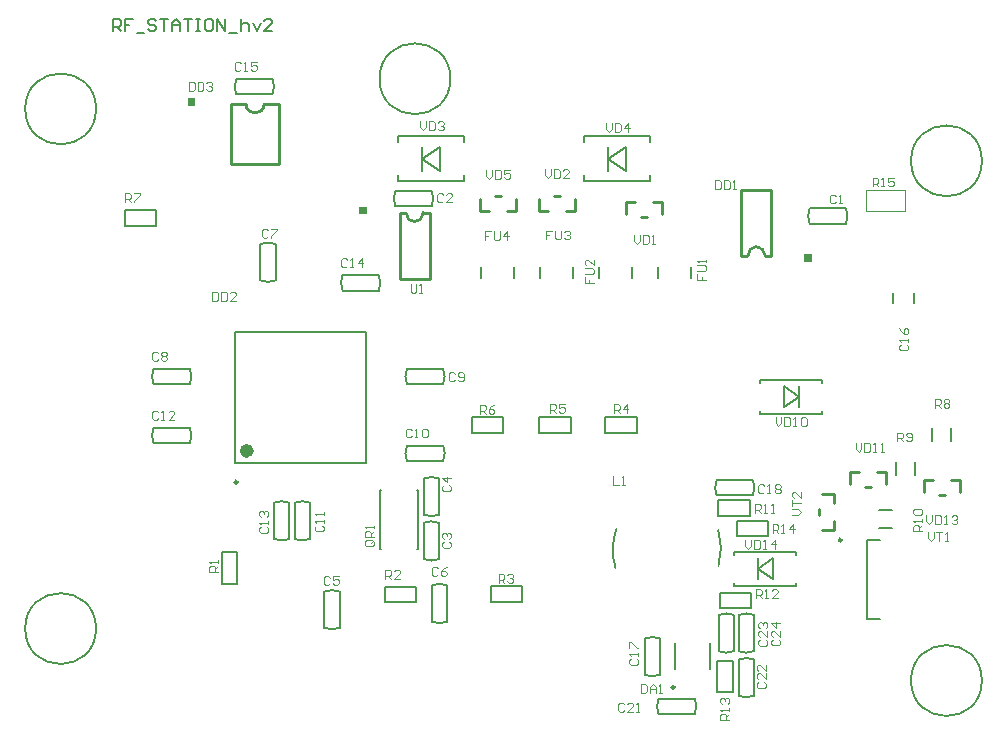
<source format=gto>
G04 Layer_Color=65535*
%FSLAX24Y24*%
%MOIN*%
G70*
G01*
G75*
%ADD10C,0.0079*%
%ADD35C,0.0098*%
%ADD41C,0.0236*%
%ADD57C,0.0100*%
%ADD58C,0.0070*%
%ADD59C,0.0071*%
%ADD60C,0.0067*%
%ADD61C,0.0050*%
%ADD62C,0.0039*%
G36*
X49372Y40789D02*
X49122D01*
Y41039D01*
X49372D01*
Y40789D01*
D02*
G37*
G36*
X34530Y42366D02*
X34280D01*
Y42616D01*
X34530D01*
Y42366D01*
D02*
G37*
G36*
X28811Y45988D02*
X28561D01*
Y46238D01*
X28811D01*
Y45988D01*
D02*
G37*
D10*
X37320Y46880D02*
G03*
X37320Y46880I-1181J0D01*
G01*
X25509Y45876D02*
G03*
X25509Y45876I-1181J0D01*
G01*
Y28554D02*
G03*
X25509Y28554I-1181J0D01*
G01*
X55037Y26821D02*
G03*
X55037Y26821I-1181J0D01*
G01*
Y44144D02*
G03*
X55037Y44144I-1181J0D01*
G01*
X51211Y28868D02*
Y31506D01*
X51644D01*
X51211Y28868D02*
X51644D01*
X30138Y34085D02*
Y38455D01*
X34508Y34085D02*
Y38455D01*
X30138D02*
X34508D01*
X30138Y34085D02*
X34508D01*
X51614Y31890D02*
X52047D01*
X51614Y32520D02*
X52047D01*
X52175Y33661D02*
Y34094D01*
X52805Y33661D02*
Y34094D01*
X53386Y34813D02*
Y35246D01*
X54016Y34813D02*
Y35246D01*
X47638Y36850D02*
X49724D01*
X47638Y35709D02*
X49724D01*
Y36742D02*
Y36850D01*
Y35709D02*
Y35817D01*
X47638Y36742D02*
Y36850D01*
Y35709D02*
Y35817D01*
X45984Y27205D02*
Y28071D01*
X44803Y27205D02*
Y28071D01*
X46772Y29970D02*
X48858D01*
X46772Y31112D02*
X48858D01*
X46772Y29970D02*
Y30079D01*
Y31004D02*
Y31112D01*
X48858Y29970D02*
Y30079D01*
Y31004D02*
Y31112D01*
X42274Y40256D02*
Y40610D01*
X43376Y40256D02*
Y40610D01*
X44252Y40256D02*
Y40610D01*
X45354Y40256D02*
Y40610D01*
X40315Y40256D02*
Y40610D01*
X41417Y40256D02*
Y40610D01*
X38346Y40256D02*
Y40610D01*
X39449Y40256D02*
Y40610D01*
X34980Y31201D02*
X35020D01*
X34980D02*
Y33169D01*
X35020D01*
X36201Y31201D02*
X36240D01*
Y33169D01*
X36201D02*
X36240D01*
X35571Y43474D02*
Y43661D01*
Y44783D02*
Y44970D01*
X37776Y43474D02*
Y43661D01*
Y44783D02*
Y44970D01*
X35571Y43474D02*
X37776D01*
X35571Y44970D02*
X37776D01*
X41772Y43474D02*
Y43661D01*
Y44783D02*
Y44970D01*
X43976Y43474D02*
Y43661D01*
Y44783D02*
Y44970D01*
X41772Y43474D02*
X43976D01*
X41772Y44970D02*
X43976D01*
X26073Y48484D02*
Y48878D01*
X26270D01*
X26335Y48812D01*
Y48681D01*
X26270Y48615D01*
X26073D01*
X26204D02*
X26335Y48484D01*
X26729Y48878D02*
X26466D01*
Y48681D01*
X26598D01*
X26466D01*
Y48484D01*
X26860Y48419D02*
X27122D01*
X27516Y48812D02*
X27450Y48878D01*
X27319D01*
X27254Y48812D01*
Y48747D01*
X27319Y48681D01*
X27450D01*
X27516Y48615D01*
Y48550D01*
X27450Y48484D01*
X27319D01*
X27254Y48550D01*
X27647Y48878D02*
X27910D01*
X27778D01*
Y48484D01*
X28041D02*
Y48747D01*
X28172Y48878D01*
X28303Y48747D01*
Y48484D01*
Y48681D01*
X28041D01*
X28434Y48878D02*
X28697D01*
X28565D01*
Y48484D01*
X28828Y48878D02*
X28959D01*
X28893D01*
Y48484D01*
X28828D01*
X28959D01*
X29353Y48878D02*
X29221D01*
X29156Y48812D01*
Y48550D01*
X29221Y48484D01*
X29353D01*
X29418Y48550D01*
Y48812D01*
X29353Y48878D01*
X29549Y48484D02*
Y48878D01*
X29812Y48484D01*
Y48878D01*
X29943Y48419D02*
X30205D01*
X30337Y48878D02*
Y48484D01*
Y48681D01*
X30402Y48747D01*
X30533D01*
X30599Y48681D01*
Y48484D01*
X30730Y48747D02*
X30861Y48484D01*
X30993Y48747D01*
X31386Y48484D02*
X31124D01*
X31386Y48747D01*
Y48812D01*
X31320Y48878D01*
X31189D01*
X31124Y48812D01*
D35*
X50364Y31506D02*
G03*
X50364Y31506I-49J0D01*
G01*
X30226Y33435D02*
G03*
X30226Y33435I-49J0D01*
G01*
X44793Y26594D02*
G03*
X44793Y26594I-49J0D01*
G01*
D41*
X30650Y34478D02*
G03*
X30650Y34478I-118J0D01*
G01*
D57*
X30511Y46038D02*
G03*
X31111Y46038I300J0D01*
G01*
X35848Y42396D02*
G03*
X36407Y42415I280J0D01*
G01*
X47803Y41010D02*
G03*
X47245Y40991I-280J0D01*
G01*
X30011Y46038D02*
X30511D01*
X30011Y44038D02*
X31611D01*
Y46038D01*
X30011Y44038D02*
Y46038D01*
X31111D02*
X31611D01*
X50095Y32754D02*
Y33054D01*
X49695Y31854D02*
X50095D01*
Y32154D01*
X49595Y32354D02*
Y32554D01*
X49695Y33054D02*
X50095D01*
X53097Y33500D02*
X53397D01*
X54297Y33100D02*
Y33500D01*
X53997D02*
X54297D01*
X53597Y33000D02*
X53797D01*
X53097Y33100D02*
Y33500D01*
X50637Y33766D02*
X50937D01*
X51837Y33366D02*
Y33766D01*
X51537D02*
X51837D01*
X51137Y33266D02*
X51337D01*
X50637Y33366D02*
Y33766D01*
X43176Y42782D02*
X43476D01*
X44376Y42382D02*
Y42782D01*
X44076D02*
X44376D01*
X43676Y42282D02*
X43876D01*
X43176Y42382D02*
Y42782D01*
X40260Y42464D02*
Y42864D01*
Y42464D02*
X40560D01*
X41460D02*
Y42864D01*
X41160Y42464D02*
X41460D01*
X40760Y42964D02*
X40960D01*
X38301Y42464D02*
Y42864D01*
Y42464D02*
X38601D01*
X39501D02*
Y42864D01*
X39201Y42464D02*
X39501D01*
X38801Y42964D02*
X39001D01*
X36630Y40216D02*
Y42416D01*
X35630Y40216D02*
Y42416D01*
Y40216D02*
X36630D01*
X36430Y42416D02*
X36630D01*
X35630D02*
X35830D01*
X47022Y40989D02*
Y43189D01*
X48022Y40989D02*
Y43189D01*
X47022D02*
X48022D01*
X47022Y40989D02*
X47222D01*
X47822D02*
X48022D01*
D58*
X30183Y46869D02*
G03*
X30184Y46358I609J-255D01*
G01*
X31390D02*
G03*
X31391Y46869I-608J256D01*
G01*
X33726Y40333D02*
G03*
X33727Y39823I609J-255D01*
G01*
X34934D02*
G03*
X34934Y40333I-608J256D01*
G01*
X28636Y34735D02*
G03*
X28635Y35246I-609J255D01*
G01*
X27428D02*
G03*
X27428Y34735I608J-256D01*
G01*
X35872Y34654D02*
G03*
X35873Y34144I609J-255D01*
G01*
X37079D02*
G03*
X37080Y34654I-608J256D01*
G01*
X28636Y36704D02*
G03*
X28635Y37214I-609J255D01*
G01*
X27428D02*
G03*
X27428Y36704I608J-256D01*
G01*
X36704Y28786D02*
G03*
X37214Y28786I255J609D01*
G01*
Y29993D02*
G03*
X36704Y29993I-256J-608D01*
G01*
X43800Y27014D02*
G03*
X44311Y27014I255J609D01*
G01*
Y28221D02*
G03*
X43800Y28222I-256J-608D01*
G01*
X44258Y26219D02*
G03*
X44258Y25709I609J-255D01*
G01*
X45465D02*
G03*
X45466Y26219I-608J256D01*
G01*
X47440Y27524D02*
G03*
X46929Y27523I-255J-609D01*
G01*
Y26316D02*
G03*
X47440Y26316I256J608D01*
G01*
X46930Y27801D02*
G03*
X47441Y27802I255J609D01*
G01*
Y29009D02*
G03*
X46930Y29009I-256J-608D01*
G01*
X46261Y27801D02*
G03*
X46772Y27802I255J609D01*
G01*
Y29009D02*
G03*
X46261Y29009I-256J-608D01*
G01*
X47405Y32993D02*
G03*
X47405Y33504I-609J255D01*
G01*
X46198D02*
G03*
X46198Y32993I608J-256D01*
G01*
X35488Y43139D02*
G03*
X35489Y42628I609J-255D01*
G01*
X36696D02*
G03*
X36696Y43139I-608J256D01*
G01*
X31957Y32750D02*
G03*
X31447Y32749I-255J-609D01*
G01*
Y31543D02*
G03*
X31957Y31542I256J608D01*
G01*
X32637Y32750D02*
G03*
X32126Y32749I-255J-609D01*
G01*
Y31543D02*
G03*
X32637Y31542I256J608D01*
G01*
X33631Y29787D02*
G03*
X33120Y29787I-255J-609D01*
G01*
Y28580D02*
G03*
X33631Y28580I256J608D01*
G01*
X36428Y30872D02*
G03*
X36939Y30873I255J609D01*
G01*
Y32079D02*
G03*
X36428Y32080I-256J-608D01*
G01*
X36938Y33557D02*
G03*
X36427Y33557I-255J-609D01*
G01*
Y32350D02*
G03*
X36938Y32349I256J608D01*
G01*
X35872Y37213D02*
G03*
X35873Y36703I609J-255D01*
G01*
X37079D02*
G03*
X37080Y37213I-608J256D01*
G01*
X30985Y40163D02*
G03*
X31496Y40164I255J609D01*
G01*
Y41371D02*
G03*
X30985Y41371I-256J-608D01*
G01*
X49297Y42558D02*
G03*
X49298Y42047I609J-255D01*
G01*
X50505D02*
G03*
X50505Y42558I-608J256D01*
G01*
X26467Y42490D02*
X27510D01*
X26467Y41978D02*
X27510D01*
Y42490D01*
X26467Y41978D02*
Y42490D01*
X30187Y46358D02*
X31388D01*
X30187Y46869D02*
X31387D01*
X33730Y39823D02*
X34931D01*
X33730Y40334D02*
X34930D01*
X27431Y35246D02*
X28632D01*
X27432Y34735D02*
X28632D01*
X35876Y34144D02*
X37077D01*
X35876Y34655D02*
X37076D01*
X27431Y37215D02*
X28632D01*
X27432Y36704D02*
X28632D01*
X37215Y28789D02*
Y29990D01*
X36704Y28789D02*
Y29989D01*
X35148Y29941D02*
X36191D01*
X35148Y29429D02*
X36191D01*
Y29941D01*
X35148Y29429D02*
Y29941D01*
X44311Y27018D02*
Y28219D01*
X43800Y27018D02*
Y28218D01*
X44262Y25709D02*
X45463D01*
X44262Y26220D02*
X45462D01*
X46732Y26427D02*
Y27470D01*
X46220Y26427D02*
Y27470D01*
Y26427D02*
X46732D01*
X46220Y27470D02*
X46732D01*
X46929Y26319D02*
Y27520D01*
X47440Y26320D02*
Y27520D01*
X46299Y29242D02*
X47343D01*
X46299Y29754D02*
X47343D01*
X46299Y29242D02*
Y29754D01*
X47343Y29242D02*
Y29754D01*
X47441Y27805D02*
Y29006D01*
X46930Y27805D02*
Y29005D01*
X46772Y27805D02*
Y29006D01*
X46261Y27805D02*
Y29005D01*
X46860Y31634D02*
X47904D01*
X46860Y32146D02*
X47904D01*
X46860Y31634D02*
Y32146D01*
X47904Y31634D02*
Y32146D01*
X46250Y32323D02*
X47293D01*
X46250Y32835D02*
X47293D01*
X46250Y32323D02*
Y32835D01*
X47293Y32323D02*
Y32835D01*
X46201Y33504D02*
X47402D01*
X46202Y32993D02*
X47402D01*
X38031Y35600D02*
X39075D01*
X38031Y35089D02*
X39075D01*
Y35600D01*
X38031Y35089D02*
Y35600D01*
X40285D02*
X41329D01*
X40285Y35089D02*
X41329D01*
Y35600D01*
X40285Y35089D02*
Y35600D01*
X42490D02*
X43533D01*
X42490Y35089D02*
X43533D01*
Y35600D01*
X42490Y35089D02*
Y35600D01*
X35492Y42628D02*
X36693D01*
X35492Y43139D02*
X36692D01*
X31447Y31545D02*
Y32746D01*
X31958Y31546D02*
Y32746D01*
X32126Y31545D02*
Y32746D01*
X32637Y31546D02*
Y32746D01*
X33120Y28583D02*
Y29783D01*
X33631Y28583D02*
Y29783D01*
X36939Y30876D02*
Y32077D01*
X36428Y30876D02*
Y32076D01*
X38681Y29961D02*
X39724D01*
X38681Y29449D02*
X39724D01*
Y29961D01*
X38681Y29449D02*
Y29961D01*
X36427Y32352D02*
Y33553D01*
X36938Y32353D02*
Y33553D01*
X35876Y36703D02*
X37077D01*
X35876Y37214D02*
X37076D01*
X31496Y40167D02*
Y41368D01*
X30985Y40167D02*
Y41367D01*
X30217Y30049D02*
Y31093D01*
X29705Y30049D02*
Y31093D01*
Y30049D02*
X30217D01*
X29705Y31093D02*
X30217D01*
X49301Y42047D02*
X50502D01*
X49301Y42558D02*
X50501D01*
D59*
X42853Y31877D02*
G03*
X42823Y30577I2035J-697D01*
G01*
X46256Y30641D02*
G03*
X46252Y31834I-2068J589D01*
G01*
D60*
X52776Y39400D02*
Y39754D01*
X52067Y39400D02*
Y39754D01*
D61*
X48431Y36630D02*
X48931Y36280D01*
X48431Y35930D02*
X48931Y36280D01*
Y35930D02*
Y36630D01*
X48431Y35930D02*
Y36630D01*
X47565Y30541D02*
X48065Y30191D01*
X47565Y30541D02*
X48065Y30891D01*
X47565Y30191D02*
Y30891D01*
X48065Y30191D02*
Y30891D01*
X36373Y43822D02*
Y44622D01*
X36973Y43822D02*
Y44622D01*
X36373Y44222D02*
X36973Y44622D01*
X36373Y44222D02*
X36973Y43822D01*
X42574D02*
Y44622D01*
X43174Y43822D02*
Y44622D01*
X42574Y44222D02*
X43174Y44622D01*
X42574Y44222D02*
X43174Y43822D01*
D62*
X52488Y42465D02*
Y43165D01*
X51173Y42465D02*
Y43165D01*
X52488D01*
X51173Y42465D02*
X52488D01*
X50167Y42972D02*
X50118Y43022D01*
X50020D01*
X49970Y42972D01*
Y42776D01*
X50020Y42726D01*
X50118D01*
X50167Y42776D01*
X50266Y42726D02*
X50364D01*
X50315D01*
Y43022D01*
X50266Y42972D01*
X37087Y43012D02*
X37037Y43061D01*
X36939D01*
X36890Y43012D01*
Y42815D01*
X36939Y42766D01*
X37037D01*
X37087Y42815D01*
X37382Y42766D02*
X37185D01*
X37382Y42963D01*
Y43012D01*
X37333Y43061D01*
X37234D01*
X37185Y43012D01*
X37095Y31447D02*
X37046Y31398D01*
Y31299D01*
X37095Y31250D01*
X37291D01*
X37341Y31299D01*
Y31398D01*
X37291Y31447D01*
X37095Y31545D02*
X37046Y31594D01*
Y31693D01*
X37095Y31742D01*
X37144D01*
X37193Y31693D01*
Y31644D01*
Y31693D01*
X37242Y31742D01*
X37291D01*
X37341Y31693D01*
Y31594D01*
X37291Y31545D01*
X37095Y33327D02*
X37046Y33277D01*
Y33179D01*
X37095Y33130D01*
X37291D01*
X37341Y33179D01*
Y33277D01*
X37291Y33327D01*
X37341Y33573D02*
X37046D01*
X37193Y33425D01*
Y33622D01*
X33297Y30256D02*
X33248Y30305D01*
X33150D01*
X33100Y30256D01*
Y30059D01*
X33150Y30010D01*
X33248D01*
X33297Y30059D01*
X33592Y30305D02*
X33396D01*
Y30157D01*
X33494Y30207D01*
X33543D01*
X33592Y30157D01*
Y30059D01*
X33543Y30010D01*
X33445D01*
X33396Y30059D01*
X36900Y30565D02*
X36851Y30614D01*
X36752D01*
X36703Y30565D01*
Y30368D01*
X36752Y30319D01*
X36851D01*
X36900Y30368D01*
X37195Y30614D02*
X37097Y30565D01*
X36998Y30466D01*
Y30368D01*
X37048Y30319D01*
X37146D01*
X37195Y30368D01*
Y30417D01*
X37146Y30466D01*
X36998D01*
X31240Y41831D02*
X31191Y41880D01*
X31093D01*
X31043Y41831D01*
Y41634D01*
X31093Y41585D01*
X31191D01*
X31240Y41634D01*
X31338Y41880D02*
X31535D01*
Y41831D01*
X31338Y41634D01*
Y41585D01*
X27578Y37735D02*
X27529Y37784D01*
X27431D01*
X27381Y37735D01*
Y37538D01*
X27431Y37489D01*
X27529D01*
X27578Y37538D01*
X27677Y37735D02*
X27726Y37784D01*
X27824D01*
X27873Y37735D01*
Y37685D01*
X27824Y37636D01*
X27873Y37587D01*
Y37538D01*
X27824Y37489D01*
X27726D01*
X27677Y37538D01*
Y37587D01*
X27726Y37636D01*
X27677Y37685D01*
Y37735D01*
X27726Y37636D02*
X27824D01*
X37470Y37047D02*
X37421Y37096D01*
X37323D01*
X37274Y37047D01*
Y36850D01*
X37323Y36801D01*
X37421D01*
X37470Y36850D01*
X37569D02*
X37618Y36801D01*
X37716D01*
X37766Y36850D01*
Y37047D01*
X37716Y37096D01*
X37618D01*
X37569Y37047D01*
Y36998D01*
X37618Y36949D01*
X37766D01*
X36027Y35171D02*
X35978Y35220D01*
X35879D01*
X35830Y35171D01*
Y34974D01*
X35879Y34925D01*
X35978D01*
X36027Y34974D01*
X36125Y34925D02*
X36223D01*
X36174D01*
Y35220D01*
X36125Y35171D01*
X36371D02*
X36420Y35220D01*
X36519D01*
X36568Y35171D01*
Y34974D01*
X36519Y34925D01*
X36420D01*
X36371Y34974D01*
Y35171D01*
X32854Y31988D02*
X32805Y31939D01*
Y31841D01*
X32854Y31791D01*
X33051D01*
X33100Y31841D01*
Y31939D01*
X33051Y31988D01*
X33100Y32087D02*
Y32185D01*
Y32136D01*
X32805D01*
X32854Y32087D01*
X33100Y32332D02*
Y32431D01*
Y32382D01*
X32805D01*
X32854Y32332D01*
X27581Y35763D02*
X27531Y35812D01*
X27433D01*
X27384Y35763D01*
Y35567D01*
X27433Y35517D01*
X27531D01*
X27581Y35567D01*
X27679Y35517D02*
X27777D01*
X27728D01*
Y35812D01*
X27679Y35763D01*
X28122Y35517D02*
X27925D01*
X28122Y35714D01*
Y35763D01*
X28073Y35812D01*
X27974D01*
X27925Y35763D01*
X31004Y31939D02*
X30955Y31890D01*
Y31791D01*
X31004Y31742D01*
X31201D01*
X31250Y31791D01*
Y31890D01*
X31201Y31939D01*
X31250Y32037D02*
Y32136D01*
Y32087D01*
X30955D01*
X31004Y32037D01*
Y32283D02*
X30955Y32332D01*
Y32431D01*
X31004Y32480D01*
X31053D01*
X31102Y32431D01*
Y32382D01*
Y32431D01*
X31152Y32480D01*
X31201D01*
X31250Y32431D01*
Y32332D01*
X31201Y32283D01*
X33881Y40852D02*
X33832Y40901D01*
X33734D01*
X33685Y40852D01*
Y40655D01*
X33734Y40606D01*
X33832D01*
X33881Y40655D01*
X33980Y40606D02*
X34078D01*
X34029D01*
Y40901D01*
X33980Y40852D01*
X34373Y40606D02*
Y40901D01*
X34226Y40753D01*
X34423D01*
X30331Y47391D02*
X30282Y47440D01*
X30183D01*
X30134Y47391D01*
Y47194D01*
X30183Y47145D01*
X30282D01*
X30331Y47194D01*
X30429Y47145D02*
X30528D01*
X30478D01*
Y47440D01*
X30429Y47391D01*
X30872Y47440D02*
X30675D01*
Y47293D01*
X30774Y47342D01*
X30823D01*
X30872Y47293D01*
Y47194D01*
X30823Y47145D01*
X30724D01*
X30675Y47194D01*
X52333Y38022D02*
X52284Y37972D01*
Y37874D01*
X52333Y37825D01*
X52530D01*
X52579Y37874D01*
Y37972D01*
X52530Y38022D01*
X52579Y38120D02*
Y38218D01*
Y38169D01*
X52284D01*
X52333Y38120D01*
X52284Y38563D02*
X52333Y38464D01*
X52431Y38366D01*
X52530D01*
X52579Y38415D01*
Y38514D01*
X52530Y38563D01*
X52480D01*
X52431Y38514D01*
Y38366D01*
X43337Y27549D02*
X43287Y27500D01*
Y27402D01*
X43337Y27352D01*
X43533D01*
X43583Y27402D01*
Y27500D01*
X43533Y27549D01*
X43583Y27648D02*
Y27746D01*
Y27697D01*
X43287D01*
X43337Y27648D01*
X43287Y27894D02*
Y28090D01*
X43337D01*
X43533Y27894D01*
X43583D01*
X47785Y33317D02*
X47736Y33366D01*
X47638D01*
X47589Y33317D01*
Y33120D01*
X47638Y33071D01*
X47736D01*
X47785Y33120D01*
X47884Y33071D02*
X47982D01*
X47933D01*
Y33366D01*
X47884Y33317D01*
X48130D02*
X48179Y33366D01*
X48277D01*
X48327Y33317D01*
Y33268D01*
X48277Y33218D01*
X48327Y33169D01*
Y33120D01*
X48277Y33071D01*
X48179D01*
X48130Y33120D01*
Y33169D01*
X48179Y33218D01*
X48130Y33268D01*
Y33317D01*
X48179Y33218D02*
X48277D01*
X43120Y26033D02*
X43071Y26083D01*
X42972D01*
X42923Y26033D01*
Y25837D01*
X42972Y25787D01*
X43071D01*
X43120Y25837D01*
X43415Y25787D02*
X43218D01*
X43415Y25984D01*
Y26033D01*
X43366Y26083D01*
X43268D01*
X43218Y26033D01*
X43514Y25787D02*
X43612D01*
X43563D01*
Y26083D01*
X43514Y26033D01*
X47589Y26762D02*
X47539Y26713D01*
Y26614D01*
X47589Y26565D01*
X47785D01*
X47835Y26614D01*
Y26713D01*
X47785Y26762D01*
X47835Y27057D02*
Y26860D01*
X47638Y27057D01*
X47589D01*
X47539Y27008D01*
Y26909D01*
X47589Y26860D01*
X47835Y27352D02*
Y27155D01*
X47638Y27352D01*
X47589D01*
X47539Y27303D01*
Y27205D01*
X47589Y27155D01*
X47628Y28179D02*
X47579Y28130D01*
Y28031D01*
X47628Y27982D01*
X47825D01*
X47874Y28031D01*
Y28130D01*
X47825Y28179D01*
X47874Y28474D02*
Y28277D01*
X47677Y28474D01*
X47628D01*
X47579Y28425D01*
Y28327D01*
X47628Y28277D01*
Y28573D02*
X47579Y28622D01*
Y28720D01*
X47628Y28769D01*
X47677D01*
X47726Y28720D01*
Y28671D01*
Y28720D01*
X47776Y28769D01*
X47825D01*
X47874Y28720D01*
Y28622D01*
X47825Y28573D01*
X48071Y28189D02*
X48022Y28140D01*
Y28041D01*
X48071Y27992D01*
X48268D01*
X48317Y28041D01*
Y28140D01*
X48268Y28189D01*
X48317Y28484D02*
Y28287D01*
X48120Y28484D01*
X48071D01*
X48022Y28435D01*
Y28337D01*
X48071Y28287D01*
X48317Y28730D02*
X48022D01*
X48169Y28582D01*
Y28779D01*
X43671Y26703D02*
Y26407D01*
X43819D01*
X43868Y26457D01*
Y26653D01*
X43819Y26703D01*
X43671D01*
X43966Y26407D02*
Y26604D01*
X44065Y26703D01*
X44163Y26604D01*
Y26407D01*
Y26555D01*
X43966D01*
X44262Y26407D02*
X44360D01*
X44311D01*
Y26703D01*
X44262Y26653D01*
X46142Y43494D02*
Y43199D01*
X46289D01*
X46339Y43248D01*
Y43445D01*
X46289Y43494D01*
X46142D01*
X46437D02*
Y43199D01*
X46585D01*
X46634Y43248D01*
Y43445D01*
X46585Y43494D01*
X46437D01*
X46732Y43199D02*
X46830D01*
X46781D01*
Y43494D01*
X46732Y43445D01*
X29384Y39776D02*
Y39481D01*
X29532D01*
X29581Y39530D01*
Y39727D01*
X29532Y39776D01*
X29384D01*
X29679D02*
Y39481D01*
X29827D01*
X29876Y39530D01*
Y39727D01*
X29827Y39776D01*
X29679D01*
X30171Y39481D02*
X29975D01*
X30171Y39678D01*
Y39727D01*
X30122Y39776D01*
X30024D01*
X29975Y39727D01*
X28598Y46776D02*
Y46481D01*
X28745D01*
X28794Y46530D01*
Y46727D01*
X28745Y46776D01*
X28598D01*
X28893D02*
Y46481D01*
X29040D01*
X29090Y46530D01*
Y46727D01*
X29040Y46776D01*
X28893D01*
X29188Y46727D02*
X29237Y46776D01*
X29336D01*
X29385Y46727D01*
Y46678D01*
X29336Y46629D01*
X29286D01*
X29336D01*
X29385Y46579D01*
Y46530D01*
X29336Y46481D01*
X29237D01*
X29188Y46530D01*
X45551Y40364D02*
Y40167D01*
X45699D01*
Y40266D01*
Y40167D01*
X45846D01*
X45551Y40462D02*
X45797D01*
X45846Y40512D01*
Y40610D01*
X45797Y40659D01*
X45551D01*
X45846Y40758D02*
Y40856D01*
Y40807D01*
X45551D01*
X45600Y40758D01*
X41801Y40266D02*
Y40069D01*
X41949D01*
Y40167D01*
Y40069D01*
X42096D01*
X41801Y40364D02*
X42047D01*
X42096Y40413D01*
Y40512D01*
X42047Y40561D01*
X41801D01*
X42096Y40856D02*
Y40659D01*
X41900Y40856D01*
X41850D01*
X41801Y40807D01*
Y40708D01*
X41850Y40659D01*
X40718Y41821D02*
X40522D01*
Y41673D01*
X40620D01*
X40522D01*
Y41526D01*
X40817Y41821D02*
Y41575D01*
X40866Y41526D01*
X40964D01*
X41014Y41575D01*
Y41821D01*
X41112Y41772D02*
X41161Y41821D01*
X41260D01*
X41309Y41772D01*
Y41722D01*
X41260Y41673D01*
X41210D01*
X41260D01*
X41309Y41624D01*
Y41575D01*
X41260Y41526D01*
X41161D01*
X41112Y41575D01*
X38671Y41791D02*
X38474D01*
Y41644D01*
X38573D01*
X38474D01*
Y41496D01*
X38770Y41791D02*
Y41545D01*
X38819Y41496D01*
X38917D01*
X38966Y41545D01*
Y41791D01*
X39212Y41496D02*
Y41791D01*
X39065Y41644D01*
X39262D01*
X42743Y33650D02*
Y33354D01*
X42940D01*
X43039D02*
X43137D01*
X43088D01*
Y33650D01*
X43039Y33600D01*
X34714Y31496D02*
X34517D01*
X34468Y31447D01*
Y31348D01*
X34517Y31299D01*
X34714D01*
X34763Y31348D01*
Y31447D01*
X34665Y31398D02*
X34763Y31496D01*
Y31447D02*
X34714Y31496D01*
X34763Y31594D02*
X34468D01*
Y31742D01*
X34517Y31791D01*
X34616D01*
X34665Y31742D01*
Y31594D01*
Y31693D02*
X34763Y31791D01*
Y31890D02*
Y31988D01*
Y31939D01*
X34468D01*
X34517Y31890D01*
X29587Y30443D02*
X29291D01*
Y30591D01*
X29341Y30640D01*
X29439D01*
X29488Y30591D01*
Y30443D01*
Y30541D02*
X29587Y30640D01*
Y30738D02*
Y30836D01*
Y30787D01*
X29291D01*
X29341Y30738D01*
X35149Y30215D02*
Y30510D01*
X35297D01*
X35346Y30461D01*
Y30363D01*
X35297Y30313D01*
X35149D01*
X35248D02*
X35346Y30215D01*
X35641D02*
X35444D01*
X35641Y30412D01*
Y30461D01*
X35592Y30510D01*
X35494D01*
X35444Y30461D01*
X38927Y30079D02*
Y30374D01*
X39075D01*
X39124Y30325D01*
Y30226D01*
X39075Y30177D01*
X38927D01*
X39026D02*
X39124Y30079D01*
X39222Y30325D02*
X39272Y30374D01*
X39370D01*
X39419Y30325D01*
Y30276D01*
X39370Y30226D01*
X39321D01*
X39370D01*
X39419Y30177D01*
Y30128D01*
X39370Y30079D01*
X39272D01*
X39222Y30128D01*
X42766Y35738D02*
Y36033D01*
X42913D01*
X42963Y35984D01*
Y35886D01*
X42913Y35837D01*
X42766D01*
X42864D02*
X42963Y35738D01*
X43209D02*
Y36033D01*
X43061Y35886D01*
X43258D01*
X40640Y35748D02*
Y36043D01*
X40787D01*
X40837Y35994D01*
Y35896D01*
X40787Y35846D01*
X40640D01*
X40738D02*
X40837Y35748D01*
X41132Y36043D02*
X40935D01*
Y35896D01*
X41033Y35945D01*
X41083D01*
X41132Y35896D01*
Y35797D01*
X41083Y35748D01*
X40984D01*
X40935Y35797D01*
X38297Y35719D02*
Y36014D01*
X38445D01*
X38494Y35964D01*
Y35866D01*
X38445Y35817D01*
X38297D01*
X38396D02*
X38494Y35719D01*
X38789Y36014D02*
X38691Y35964D01*
X38592Y35866D01*
Y35768D01*
X38642Y35719D01*
X38740D01*
X38789Y35768D01*
Y35817D01*
X38740Y35866D01*
X38592D01*
X26468Y42764D02*
Y43059D01*
X26616D01*
X26665Y43010D01*
Y42912D01*
X26616Y42863D01*
X26468D01*
X26567D02*
X26665Y42764D01*
X26763Y43059D02*
X26960D01*
Y43010D01*
X26763Y42813D01*
Y42764D01*
X53465Y35915D02*
Y36211D01*
X53612D01*
X53661Y36161D01*
Y36063D01*
X53612Y36014D01*
X53465D01*
X53563D02*
X53661Y35915D01*
X53760Y36161D02*
X53809Y36211D01*
X53907D01*
X53957Y36161D01*
Y36112D01*
X53907Y36063D01*
X53957Y36014D01*
Y35965D01*
X53907Y35915D01*
X53809D01*
X53760Y35965D01*
Y36014D01*
X53809Y36063D01*
X53760Y36112D01*
Y36161D01*
X53809Y36063D02*
X53907D01*
X52215Y34793D02*
Y35088D01*
X52362D01*
X52411Y35039D01*
Y34941D01*
X52362Y34892D01*
X52215D01*
X52313D02*
X52411Y34793D01*
X52510Y34843D02*
X52559Y34793D01*
X52657D01*
X52707Y34843D01*
Y35039D01*
X52657Y35088D01*
X52559D01*
X52510Y35039D01*
Y34990D01*
X52559Y34941D01*
X52707D01*
X53041Y31801D02*
X52746D01*
Y31949D01*
X52795Y31998D01*
X52894D01*
X52943Y31949D01*
Y31801D01*
Y31900D02*
X53041Y31998D01*
Y32096D02*
Y32195D01*
Y32146D01*
X52746D01*
X52795Y32096D01*
Y32342D02*
X52746Y32392D01*
Y32490D01*
X52795Y32539D01*
X52992D01*
X53041Y32490D01*
Y32392D01*
X52992Y32342D01*
X52795D01*
X47470Y32411D02*
Y32707D01*
X47618D01*
X47667Y32657D01*
Y32559D01*
X47618Y32510D01*
X47470D01*
X47569D02*
X47667Y32411D01*
X47766D02*
X47864D01*
X47815D01*
Y32707D01*
X47766Y32657D01*
X48012Y32411D02*
X48110D01*
X48061D01*
Y32707D01*
X48012Y32657D01*
X47500Y29567D02*
Y29862D01*
X47648D01*
X47697Y29813D01*
Y29715D01*
X47648Y29665D01*
X47500D01*
X47598D02*
X47697Y29567D01*
X47795D02*
X47894D01*
X47844D01*
Y29862D01*
X47795Y29813D01*
X48238Y29567D02*
X48041D01*
X48238Y29764D01*
Y29813D01*
X48189Y29862D01*
X48090D01*
X48041Y29813D01*
X46614Y25512D02*
X46319D01*
Y25659D01*
X46368Y25709D01*
X46467D01*
X46516Y25659D01*
Y25512D01*
Y25610D02*
X46614Y25709D01*
Y25807D02*
Y25905D01*
Y25856D01*
X46319D01*
X46368Y25807D01*
Y26053D02*
X46319Y26102D01*
Y26201D01*
X46368Y26250D01*
X46417D01*
X46467Y26201D01*
Y26151D01*
Y26201D01*
X46516Y26250D01*
X46565D01*
X46614Y26201D01*
Y26102D01*
X46565Y26053D01*
X48061Y31732D02*
Y32027D01*
X48209D01*
X48258Y31978D01*
Y31880D01*
X48209Y31831D01*
X48061D01*
X48159D02*
X48258Y31732D01*
X48356D02*
X48455D01*
X48405D01*
Y32027D01*
X48356Y31978D01*
X48750Y31732D02*
Y32027D01*
X48602Y31880D01*
X48799D01*
X35994Y40049D02*
Y39803D01*
X36043Y39754D01*
X36142D01*
X36191Y39803D01*
Y40049D01*
X36289Y39754D02*
X36388D01*
X36338D01*
Y40049D01*
X36289Y40000D01*
X43445Y41673D02*
Y41476D01*
X43543Y41378D01*
X43642Y41476D01*
Y41673D01*
X43740D02*
Y41378D01*
X43888D01*
X43937Y41427D01*
Y41624D01*
X43888Y41673D01*
X43740D01*
X44035Y41378D02*
X44134D01*
X44084D01*
Y41673D01*
X44035Y41624D01*
X40472Y43868D02*
Y43671D01*
X40571Y43573D01*
X40669Y43671D01*
Y43868D01*
X40768D02*
Y43573D01*
X40915D01*
X40964Y43622D01*
Y43819D01*
X40915Y43868D01*
X40768D01*
X41260Y43573D02*
X41063D01*
X41260Y43770D01*
Y43819D01*
X41210Y43868D01*
X41112D01*
X41063Y43819D01*
X36309Y45462D02*
Y45266D01*
X36407Y45167D01*
X36506Y45266D01*
Y45462D01*
X36604D02*
Y45167D01*
X36752D01*
X36801Y45217D01*
Y45413D01*
X36752Y45462D01*
X36604D01*
X36899Y45413D02*
X36949Y45462D01*
X37047D01*
X37096Y45413D01*
Y45364D01*
X37047Y45315D01*
X36998D01*
X37047D01*
X37096Y45266D01*
Y45217D01*
X37047Y45167D01*
X36949D01*
X36899Y45217D01*
X42510Y45403D02*
Y45207D01*
X42608Y45108D01*
X42707Y45207D01*
Y45403D01*
X42805D02*
Y45108D01*
X42953D01*
X43002Y45157D01*
Y45354D01*
X42953Y45403D01*
X42805D01*
X43248Y45108D02*
Y45403D01*
X43100Y45256D01*
X43297D01*
X38524Y43848D02*
Y43652D01*
X38622Y43553D01*
X38720Y43652D01*
Y43848D01*
X38819D02*
Y43553D01*
X38966D01*
X39016Y43602D01*
Y43799D01*
X38966Y43848D01*
X38819D01*
X39311D02*
X39114D01*
Y43701D01*
X39212Y43750D01*
X39262D01*
X39311Y43701D01*
Y43602D01*
X39262Y43553D01*
X39163D01*
X39114Y43602D01*
X48159Y35590D02*
Y35394D01*
X48258Y35295D01*
X48356Y35394D01*
Y35590D01*
X48455D02*
Y35295D01*
X48602D01*
X48651Y35344D01*
Y35541D01*
X48602Y35590D01*
X48455D01*
X48750Y35295D02*
X48848D01*
X48799D01*
Y35590D01*
X48750Y35541D01*
X48996D02*
X49045Y35590D01*
X49143D01*
X49193Y35541D01*
Y35344D01*
X49143Y35295D01*
X49045D01*
X48996Y35344D01*
Y35541D01*
X50827Y34744D02*
Y34547D01*
X50925Y34449D01*
X51024Y34547D01*
Y34744D01*
X51122D02*
Y34449D01*
X51270D01*
X51319Y34498D01*
Y34695D01*
X51270Y34744D01*
X51122D01*
X51417Y34449D02*
X51516D01*
X51466D01*
Y34744D01*
X51417Y34695D01*
X51663Y34449D02*
X51762D01*
X51712D01*
Y34744D01*
X51663Y34695D01*
X53189Y32333D02*
Y32136D01*
X53287Y32037D01*
X53386Y32136D01*
Y32333D01*
X53484D02*
Y32037D01*
X53632D01*
X53681Y32087D01*
Y32283D01*
X53632Y32333D01*
X53484D01*
X53779Y32037D02*
X53878D01*
X53829D01*
Y32333D01*
X53779Y32283D01*
X54025D02*
X54075Y32333D01*
X54173D01*
X54222Y32283D01*
Y32234D01*
X54173Y32185D01*
X54124D01*
X54173D01*
X54222Y32136D01*
Y32087D01*
X54173Y32037D01*
X54075D01*
X54025Y32087D01*
X47156Y31516D02*
Y31319D01*
X47254Y31220D01*
X47352Y31319D01*
Y31516D01*
X47451D02*
Y31220D01*
X47598D01*
X47647Y31270D01*
Y31466D01*
X47598Y31516D01*
X47451D01*
X47746Y31220D02*
X47844D01*
X47795D01*
Y31516D01*
X47746Y31466D01*
X48139Y31220D02*
Y31516D01*
X47992Y31368D01*
X48189D01*
X53228Y31772D02*
Y31575D01*
X53327Y31476D01*
X53425Y31575D01*
Y31772D01*
X53524D02*
X53720D01*
X53622D01*
Y31476D01*
X53819D02*
X53917D01*
X53868D01*
Y31772D01*
X53819Y31722D01*
X48711Y32333D02*
X48908D01*
X49006Y32431D01*
X48908Y32529D01*
X48711D01*
Y32628D02*
Y32825D01*
Y32726D01*
X49006D01*
Y33120D02*
Y32923D01*
X48809Y33120D01*
X48760D01*
X48711Y33071D01*
Y32972D01*
X48760Y32923D01*
X51407Y43297D02*
Y43573D01*
X51545D01*
X51591Y43527D01*
Y43435D01*
X51545Y43389D01*
X51407D01*
X51499D02*
X51591Y43297D01*
X51683D02*
X51775D01*
X51729D01*
Y43573D01*
X51683Y43527D01*
X52096Y43573D02*
X51913D01*
Y43435D01*
X52004Y43481D01*
X52050D01*
X52096Y43435D01*
Y43343D01*
X52050Y43297D01*
X51958D01*
X51913Y43343D01*
M02*

</source>
